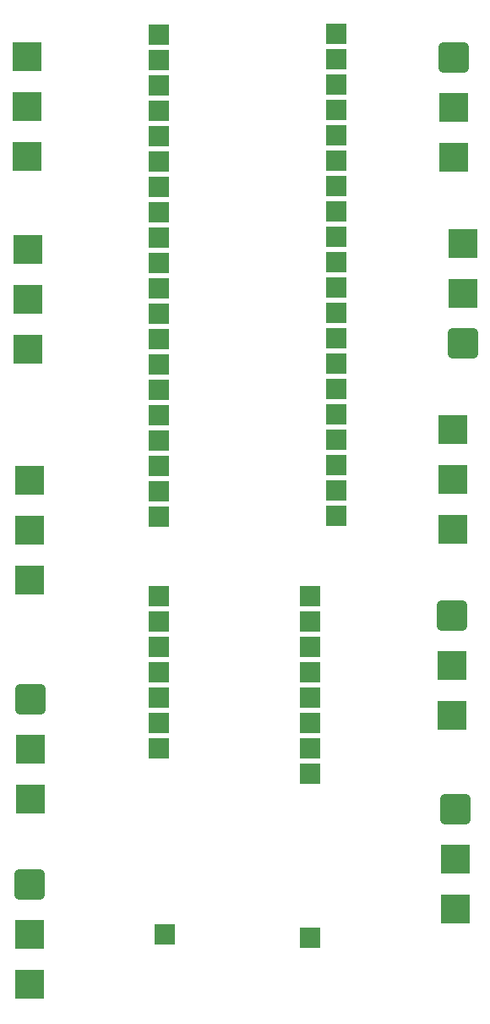
<source format=gbr>
%TF.GenerationSoftware,KiCad,Pcbnew,7.0.7*%
%TF.CreationDate,2023-09-27T09:45:00-05:00*%
%TF.ProjectId,PCB,5043422e-6b69-4636-9164-5f7063625858,rev?*%
%TF.SameCoordinates,Original*%
%TF.FileFunction,Soldermask,Top*%
%TF.FilePolarity,Negative*%
%FSLAX46Y46*%
G04 Gerber Fmt 4.6, Leading zero omitted, Abs format (unit mm)*
G04 Created by KiCad (PCBNEW 7.0.7) date 2023-09-27 09:45:00*
%MOMM*%
%LPD*%
G01*
G04 APERTURE LIST*
G04 Aperture macros list*
%AMRoundRect*
0 Rectangle with rounded corners*
0 $1 Rounding radius*
0 $2 $3 $4 $5 $6 $7 $8 $9 X,Y pos of 4 corners*
0 Add a 4 corners polygon primitive as box body*
4,1,4,$2,$3,$4,$5,$6,$7,$8,$9,$2,$3,0*
0 Add four circle primitives for the rounded corners*
1,1,$1+$1,$2,$3*
1,1,$1+$1,$4,$5*
1,1,$1+$1,$6,$7*
1,1,$1+$1,$8,$9*
0 Add four rect primitives between the rounded corners*
20,1,$1+$1,$2,$3,$4,$5,0*
20,1,$1+$1,$4,$5,$6,$7,0*
20,1,$1+$1,$6,$7,$8,$9,0*
20,1,$1+$1,$8,$9,$2,$3,0*%
G04 Aperture macros list end*
%ADD10R,2.000000X2.000000*%
%ADD11R,3.000000X3.000000*%
%ADD12RoundRect,0.375000X-1.125000X1.125000X-1.125000X-1.125000X1.125000X-1.125000X1.125000X1.125000X0*%
%ADD13RoundRect,0.375000X1.125000X-1.125000X1.125000X1.125000X-1.125000X1.125000X-1.125000X-1.125000X0*%
G04 APERTURE END LIST*
D10*
%TO.C,J15*%
X103124000Y-140919200D03*
%TD*%
D11*
%TO.C,J7*%
X89244300Y-53013600D03*
X89244300Y-58013600D03*
X89244300Y-63013600D03*
%TD*%
%TO.C,J3*%
X89385400Y-72296000D03*
X89385400Y-77296000D03*
X89385400Y-82296000D03*
%TD*%
D10*
%TO.C,J8*%
X102489400Y-107046000D03*
X102489400Y-109586000D03*
X102489400Y-112126000D03*
X102489400Y-114666000D03*
X102489400Y-117206000D03*
X102489400Y-119746000D03*
X102489400Y-122286000D03*
%TD*%
D12*
%TO.C,J14*%
X132170300Y-128357600D03*
D11*
X132170300Y-133357600D03*
X132170300Y-138357600D03*
%TD*%
%TO.C,J11*%
X89537800Y-95410000D03*
X89537800Y-100410000D03*
X89537800Y-105410000D03*
%TD*%
D10*
%TO.C,J9*%
X117652800Y-124815600D03*
X117652800Y-122275600D03*
X117652800Y-119735600D03*
X117652800Y-117195600D03*
X117652800Y-114655600D03*
X117652800Y-112115600D03*
X117652800Y-109575600D03*
X117652800Y-107035600D03*
%TD*%
D12*
%TO.C,J12*%
X89520000Y-135920000D03*
D11*
X89520000Y-140920000D03*
X89520000Y-145920000D03*
%TD*%
D10*
%TO.C,J2*%
X120243600Y-99009200D03*
X120243600Y-96469200D03*
X120243600Y-93929200D03*
X120243600Y-91389200D03*
X120243600Y-88849200D03*
X120243600Y-86309200D03*
X120243600Y-83769200D03*
X120243600Y-81229200D03*
X120243600Y-78689200D03*
X120243600Y-76149200D03*
X120243600Y-73609200D03*
X120243600Y-71069200D03*
X120243600Y-68529200D03*
X120243600Y-65989200D03*
X120243600Y-63449200D03*
X120243600Y-60909200D03*
X120243600Y-58369200D03*
X120243600Y-55829200D03*
X120243600Y-53289200D03*
X120243600Y-50749200D03*
%TD*%
D13*
%TO.C,J6*%
X132994400Y-81686400D03*
D11*
X132994400Y-76686400D03*
X132994400Y-71686400D03*
%TD*%
D12*
%TO.C,J4*%
X89599900Y-117326400D03*
D11*
X89599900Y-122326400D03*
X89599900Y-127326400D03*
%TD*%
D10*
%TO.C,J1*%
X102463600Y-50825400D03*
X102463600Y-53365400D03*
X102463600Y-55905400D03*
X102463600Y-58445400D03*
X102463600Y-60985400D03*
X102463600Y-63525400D03*
X102463600Y-66065400D03*
X102463600Y-68605400D03*
X102463600Y-71145400D03*
X102463600Y-73685400D03*
X102463600Y-76225400D03*
X102463600Y-78765400D03*
X102463600Y-81305400D03*
X102463600Y-83845400D03*
X102463600Y-86385400D03*
X102463600Y-88925400D03*
X102463600Y-91465400D03*
X102463600Y-94005400D03*
X102463600Y-96545400D03*
X102463600Y-99085400D03*
%TD*%
D12*
%TO.C,J10*%
X132029200Y-53093600D03*
D11*
X132029200Y-58093600D03*
X132029200Y-63093600D03*
%TD*%
D10*
%TO.C,J16*%
X117652800Y-141224000D03*
%TD*%
D11*
%TO.C,J5*%
X131967100Y-90330000D03*
X131967100Y-95330000D03*
X131967100Y-100330000D03*
%TD*%
D12*
%TO.C,J13*%
X131865500Y-108973600D03*
D11*
X131865500Y-113973600D03*
X131865500Y-118973600D03*
%TD*%
M02*

</source>
